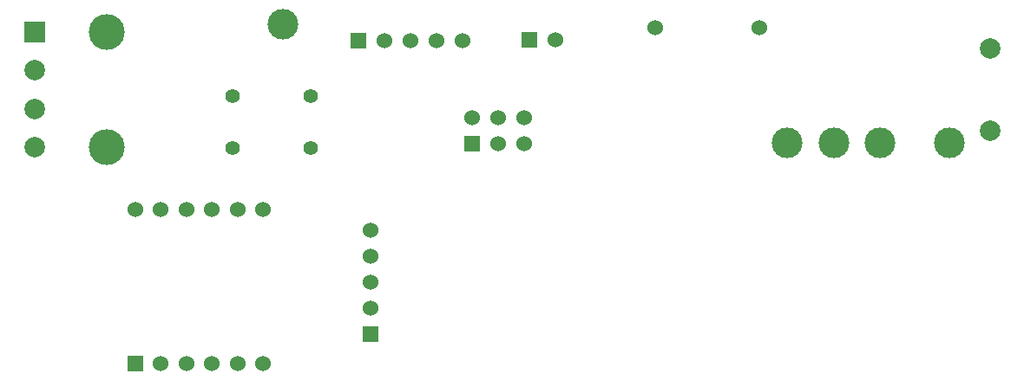
<source format=gbs>
G04 (created by PCBNEW (2013-07-07 BZR 4022)-stable) date 26/01/2014 9:48:07 PM*
%MOIN*%
G04 Gerber Fmt 3.4, Leading zero omitted, Abs format*
%FSLAX34Y34*%
G01*
G70*
G90*
G04 APERTURE LIST*
%ADD10C,0.00590551*%
%ADD11C,0.06*%
%ADD12C,0.11811*%
%ADD13C,0.055*%
%ADD14R,0.06X0.06*%
%ADD15C,0.137795*%
%ADD16R,0.0787402X0.0787402*%
%ADD17C,0.0787402*%
G04 APERTURE END LIST*
G54D10*
G54D11*
X29732Y-5905D03*
X33732Y-5905D03*
G54D12*
X15452Y-5787D03*
X34822Y-10354D03*
X41043Y-10354D03*
X36594Y-10354D03*
X38366Y-10354D03*
G54D13*
X13500Y-10566D03*
X13500Y-8566D03*
X16500Y-10566D03*
X16500Y-8566D03*
G54D14*
X24913Y-6377D03*
G54D11*
X25913Y-6377D03*
G54D14*
X22700Y-10401D03*
G54D11*
X22700Y-9401D03*
X23700Y-10401D03*
X23700Y-9401D03*
X24700Y-10401D03*
X24700Y-9401D03*
G54D14*
X18818Y-17708D03*
G54D11*
X18818Y-16708D03*
X18818Y-15708D03*
X18818Y-14708D03*
X18818Y-13708D03*
G54D14*
X18334Y-6417D03*
G54D11*
X19334Y-6417D03*
X20334Y-6417D03*
X21334Y-6417D03*
X22334Y-6417D03*
G54D14*
X9763Y-18838D03*
G54D11*
X10748Y-18838D03*
X11732Y-18838D03*
X12716Y-18838D03*
X13700Y-18838D03*
X14685Y-18838D03*
X14685Y-12933D03*
X13700Y-12933D03*
X12716Y-12933D03*
X11732Y-12933D03*
X10748Y-12933D03*
X9763Y-12933D03*
G54D15*
X8661Y-6092D03*
X8661Y-10521D03*
G54D16*
X5905Y-6092D03*
G54D17*
X5905Y-10521D03*
X5905Y-7568D03*
X5915Y-9045D03*
X42598Y-6732D03*
X42598Y-9881D03*
M02*

</source>
